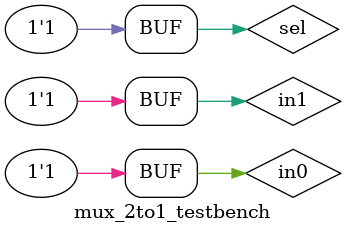
<source format=v>

`define DELAY 20
module mux_2to1_testbench();

reg in0, in1, sel;
wire out;

mux_2to1 test_mux (
	.out(out),
	.in1(in1),
	.in0(in0),
	.sel(sel)
	);

initial begin
	in0 = 1'b0; in1 = 1'b0; sel = 1'b0;
	#`DELAY;
	in0 = 1'b0; in1 = 1'b0; sel = 1'b1;
	#`DELAY;
	in0 = 1'b0; in1 = 1'b1; sel = 1'b0;
	#`DELAY;
	in0 = 1'b0; in1 = 1'b1; sel = 1'b1;
	#`DELAY;
	in0 = 1'b1; in1 = 1'b0; sel = 1'b0;
	#`DELAY;
	in0 = 1'b1; in1 = 1'b0; sel = 1'b1;
	#`DELAY;
	in0 = 1'b1; in1 = 1'b1; sel = 1'b0;
	#`DELAY;
	in0 = 1'b1; in1 = 1'b1; sel = 1'b1;
end
 
 
initial
begin
	$monitor("sel = %1b, in1 = %1b, in0 = %1b, out = %1b",sel, in1, in0, out);
end
 
endmodule

</source>
